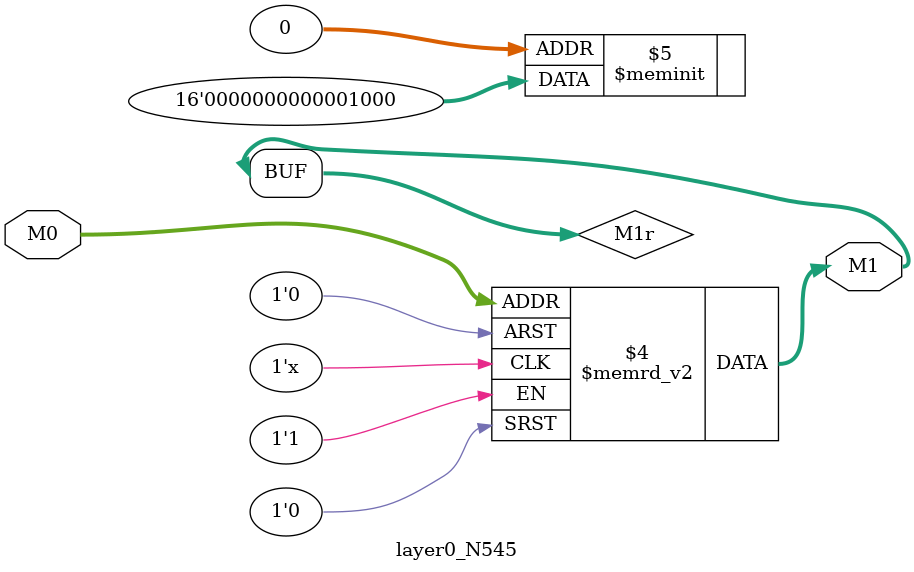
<source format=v>
module layer0_N545 ( input [2:0] M0, output [1:0] M1 );

	(*rom_style = "distributed" *) reg [1:0] M1r;
	assign M1 = M1r;
	always @ (M0) begin
		case (M0)
			3'b000: M1r = 2'b00;
			3'b100: M1r = 2'b00;
			3'b010: M1r = 2'b00;
			3'b110: M1r = 2'b00;
			3'b001: M1r = 2'b10;
			3'b101: M1r = 2'b00;
			3'b011: M1r = 2'b00;
			3'b111: M1r = 2'b00;

		endcase
	end
endmodule

</source>
